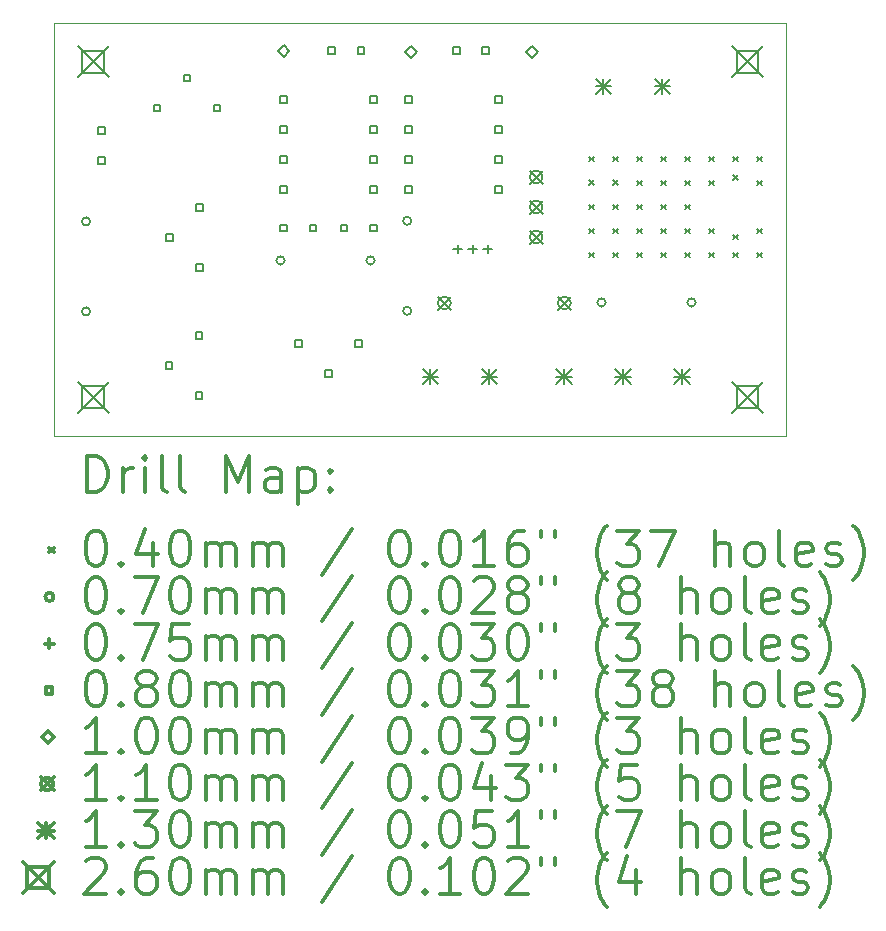
<source format=gbr>
%FSLAX45Y45*%
G04 Gerber Fmt 4.5, Leading zero omitted, Abs format (unit mm)*
G04 Created by KiCad (PCBNEW 5.1.8-db9833491~88~ubuntu18.04.1) date 2020-12-20 18:35:07*
%MOMM*%
%LPD*%
G01*
G04 APERTURE LIST*
%TA.AperFunction,Profile*%
%ADD10C,0.100000*%
%TD*%
%ADD11C,0.200000*%
%ADD12C,0.300000*%
G04 APERTURE END LIST*
D10*
X17400000Y-8600000D02*
X17400000Y-12100000D01*
X11200000Y-8600000D02*
X17400000Y-8600000D01*
X11200000Y-12100000D02*
X11200000Y-8600000D01*
X17400000Y-12100000D02*
X11200000Y-12100000D01*
D11*
X15728000Y-9733600D02*
X15768000Y-9773600D01*
X15768000Y-9733600D02*
X15728000Y-9773600D01*
X15728000Y-9931720D02*
X15768000Y-9971720D01*
X15768000Y-9931720D02*
X15728000Y-9971720D01*
X15728000Y-10140000D02*
X15768000Y-10180000D01*
X15768000Y-10140000D02*
X15728000Y-10180000D01*
X15728000Y-10343200D02*
X15768000Y-10383200D01*
X15768000Y-10343200D02*
X15728000Y-10383200D01*
X15728000Y-10546400D02*
X15768000Y-10586400D01*
X15768000Y-10546400D02*
X15728000Y-10586400D01*
X15931200Y-9733600D02*
X15971200Y-9773600D01*
X15971200Y-9733600D02*
X15931200Y-9773600D01*
X15931200Y-9931720D02*
X15971200Y-9971720D01*
X15971200Y-9931720D02*
X15931200Y-9971720D01*
X15931200Y-10140000D02*
X15971200Y-10180000D01*
X15971200Y-10140000D02*
X15931200Y-10180000D01*
X15931200Y-10343200D02*
X15971200Y-10383200D01*
X15971200Y-10343200D02*
X15931200Y-10383200D01*
X15931200Y-10546400D02*
X15971200Y-10586400D01*
X15971200Y-10546400D02*
X15931200Y-10586400D01*
X16134400Y-9733600D02*
X16174400Y-9773600D01*
X16174400Y-9733600D02*
X16134400Y-9773600D01*
X16134400Y-9936800D02*
X16174400Y-9976800D01*
X16174400Y-9936800D02*
X16134400Y-9976800D01*
X16134400Y-10140000D02*
X16174400Y-10180000D01*
X16174400Y-10140000D02*
X16134400Y-10180000D01*
X16134400Y-10343200D02*
X16174400Y-10383200D01*
X16174400Y-10343200D02*
X16134400Y-10383200D01*
X16134400Y-10546400D02*
X16174400Y-10586400D01*
X16174400Y-10546400D02*
X16134400Y-10586400D01*
X16337600Y-9733600D02*
X16377600Y-9773600D01*
X16377600Y-9733600D02*
X16337600Y-9773600D01*
X16337600Y-9936800D02*
X16377600Y-9976800D01*
X16377600Y-9936800D02*
X16337600Y-9976800D01*
X16337600Y-10140000D02*
X16377600Y-10180000D01*
X16377600Y-10140000D02*
X16337600Y-10180000D01*
X16337600Y-10343200D02*
X16377600Y-10383200D01*
X16377600Y-10343200D02*
X16337600Y-10383200D01*
X16337600Y-10546400D02*
X16377600Y-10586400D01*
X16377600Y-10546400D02*
X16337600Y-10586400D01*
X16540800Y-9733600D02*
X16580800Y-9773600D01*
X16580800Y-9733600D02*
X16540800Y-9773600D01*
X16540800Y-9936800D02*
X16580800Y-9976800D01*
X16580800Y-9936800D02*
X16540800Y-9976800D01*
X16540800Y-10140000D02*
X16580800Y-10180000D01*
X16580800Y-10140000D02*
X16540800Y-10180000D01*
X16540800Y-10343200D02*
X16580800Y-10383200D01*
X16580800Y-10343200D02*
X16540800Y-10383200D01*
X16540800Y-10546400D02*
X16580800Y-10586400D01*
X16580800Y-10546400D02*
X16540800Y-10586400D01*
X16744000Y-9733600D02*
X16784000Y-9773600D01*
X16784000Y-9733600D02*
X16744000Y-9773600D01*
X16744000Y-9936800D02*
X16784000Y-9976800D01*
X16784000Y-9936800D02*
X16744000Y-9976800D01*
X16744000Y-10343200D02*
X16784000Y-10383200D01*
X16784000Y-10343200D02*
X16744000Y-10383200D01*
X16744000Y-10546400D02*
X16784000Y-10586400D01*
X16784000Y-10546400D02*
X16744000Y-10586400D01*
X16947200Y-9733600D02*
X16987200Y-9773600D01*
X16987200Y-9733600D02*
X16947200Y-9773600D01*
X16947200Y-9891080D02*
X16987200Y-9931080D01*
X16987200Y-9891080D02*
X16947200Y-9931080D01*
X16947200Y-10394000D02*
X16987200Y-10434000D01*
X16987200Y-10394000D02*
X16947200Y-10434000D01*
X16947200Y-10546400D02*
X16987200Y-10586400D01*
X16987200Y-10546400D02*
X16947200Y-10586400D01*
X17150400Y-9733600D02*
X17190400Y-9773600D01*
X17190400Y-9733600D02*
X17150400Y-9773600D01*
X17150400Y-9936800D02*
X17190400Y-9976800D01*
X17190400Y-9936800D02*
X17150400Y-9976800D01*
X17150400Y-10343200D02*
X17190400Y-10383200D01*
X17190400Y-10343200D02*
X17150400Y-10383200D01*
X17150400Y-10546400D02*
X17190400Y-10586400D01*
X17190400Y-10546400D02*
X17150400Y-10586400D01*
X13151560Y-10612120D02*
G75*
G03*
X13151560Y-10612120I-35000J0D01*
G01*
X13913560Y-10612120D02*
G75*
G03*
X13913560Y-10612120I-35000J0D01*
G01*
X11505640Y-10281920D02*
G75*
G03*
X11505640Y-10281920I-35000J0D01*
G01*
X11505640Y-11043920D02*
G75*
G03*
X11505640Y-11043920I-35000J0D01*
G01*
X14223440Y-10276840D02*
G75*
G03*
X14223440Y-10276840I-35000J0D01*
G01*
X14223440Y-11038840D02*
G75*
G03*
X14223440Y-11038840I-35000J0D01*
G01*
X15869360Y-10967720D02*
G75*
G03*
X15869360Y-10967720I-35000J0D01*
G01*
X16631360Y-10967720D02*
G75*
G03*
X16631360Y-10967720I-35000J0D01*
G01*
X14615160Y-10478100D02*
X14615160Y-10553100D01*
X14577660Y-10515600D02*
X14652660Y-10515600D01*
X14742160Y-10478100D02*
X14742160Y-10553100D01*
X14704660Y-10515600D02*
X14779660Y-10515600D01*
X14869160Y-10478100D02*
X14869160Y-10553100D01*
X14831660Y-10515600D02*
X14906660Y-10515600D01*
X13169164Y-10366085D02*
X13169164Y-10309516D01*
X13112595Y-10309516D01*
X13112595Y-10366085D01*
X13169164Y-10366085D01*
X13419164Y-10366085D02*
X13419164Y-10309516D01*
X13362595Y-10309516D01*
X13362595Y-10366085D01*
X13419164Y-10366085D01*
X13683324Y-10366085D02*
X13683324Y-10309516D01*
X13626755Y-10309516D01*
X13626755Y-10366085D01*
X13683324Y-10366085D01*
X13933324Y-10366085D02*
X13933324Y-10309516D01*
X13876755Y-10309516D01*
X13876755Y-10366085D01*
X13933324Y-10366085D01*
X14632204Y-8862405D02*
X14632204Y-8805836D01*
X14575635Y-8805836D01*
X14575635Y-8862405D01*
X14632204Y-8862405D01*
X14882204Y-8862405D02*
X14882204Y-8805836D01*
X14825635Y-8805836D01*
X14825635Y-8862405D01*
X14882204Y-8862405D01*
X11631004Y-9543125D02*
X11631004Y-9486556D01*
X11574435Y-9486556D01*
X11574435Y-9543125D01*
X11631004Y-9543125D01*
X11631004Y-9793125D02*
X11631004Y-9736556D01*
X11574435Y-9736556D01*
X11574435Y-9793125D01*
X11631004Y-9793125D01*
X14226884Y-9278965D02*
X14226884Y-9222396D01*
X14170315Y-9222396D01*
X14170315Y-9278965D01*
X14226884Y-9278965D01*
X14226884Y-9532965D02*
X14226884Y-9476396D01*
X14170315Y-9476396D01*
X14170315Y-9532965D01*
X14226884Y-9532965D01*
X14226884Y-9786965D02*
X14226884Y-9730396D01*
X14170315Y-9730396D01*
X14170315Y-9786965D01*
X14226884Y-9786965D01*
X14226884Y-10040965D02*
X14226884Y-9984396D01*
X14170315Y-9984396D01*
X14170315Y-10040965D01*
X14226884Y-10040965D01*
X14988884Y-9278965D02*
X14988884Y-9222396D01*
X14932315Y-9222396D01*
X14932315Y-9278965D01*
X14988884Y-9278965D01*
X14988884Y-9532965D02*
X14988884Y-9476396D01*
X14932315Y-9476396D01*
X14932315Y-9532965D01*
X14988884Y-9532965D01*
X14988884Y-9786965D02*
X14988884Y-9730396D01*
X14932315Y-9730396D01*
X14932315Y-9786965D01*
X14988884Y-9786965D01*
X14988884Y-10040965D02*
X14988884Y-9984396D01*
X14932315Y-9984396D01*
X14932315Y-10040965D01*
X14988884Y-10040965D01*
X13297244Y-11341444D02*
X13297244Y-11284875D01*
X13240675Y-11284875D01*
X13240675Y-11341444D01*
X13297244Y-11341444D01*
X13551244Y-11595444D02*
X13551244Y-11538875D01*
X13494675Y-11538875D01*
X13494675Y-11595444D01*
X13551244Y-11595444D01*
X13805244Y-11341444D02*
X13805244Y-11284875D01*
X13748675Y-11284875D01*
X13748675Y-11341444D01*
X13805244Y-11341444D01*
X12205044Y-10447365D02*
X12205044Y-10390796D01*
X12148475Y-10390796D01*
X12148475Y-10447365D01*
X12205044Y-10447365D01*
X12459044Y-10193365D02*
X12459044Y-10136796D01*
X12402475Y-10136796D01*
X12402475Y-10193365D01*
X12459044Y-10193365D01*
X12459044Y-10701365D02*
X12459044Y-10644796D01*
X12402475Y-10644796D01*
X12402475Y-10701365D01*
X12459044Y-10701365D01*
X12199964Y-11529404D02*
X12199964Y-11472835D01*
X12143395Y-11472835D01*
X12143395Y-11529404D01*
X12199964Y-11529404D01*
X12453964Y-11275404D02*
X12453964Y-11218835D01*
X12397395Y-11218835D01*
X12397395Y-11275404D01*
X12453964Y-11275404D01*
X12453964Y-11783404D02*
X12453964Y-11726835D01*
X12397395Y-11726835D01*
X12397395Y-11783404D01*
X12453964Y-11783404D01*
X13575564Y-8862405D02*
X13575564Y-8805836D01*
X13518995Y-8805836D01*
X13518995Y-8862405D01*
X13575564Y-8862405D01*
X13825564Y-8862405D02*
X13825564Y-8805836D01*
X13768995Y-8805836D01*
X13768995Y-8862405D01*
X13825564Y-8862405D01*
X13170244Y-9278965D02*
X13170244Y-9222396D01*
X13113675Y-9222396D01*
X13113675Y-9278965D01*
X13170244Y-9278965D01*
X13170244Y-9532965D02*
X13170244Y-9476396D01*
X13113675Y-9476396D01*
X13113675Y-9532965D01*
X13170244Y-9532965D01*
X13170244Y-9786965D02*
X13170244Y-9730396D01*
X13113675Y-9730396D01*
X13113675Y-9786965D01*
X13170244Y-9786965D01*
X13170244Y-10040965D02*
X13170244Y-9984396D01*
X13113675Y-9984396D01*
X13113675Y-10040965D01*
X13170244Y-10040965D01*
X13932244Y-9278965D02*
X13932244Y-9222396D01*
X13875675Y-9222396D01*
X13875675Y-9278965D01*
X13932244Y-9278965D01*
X13932244Y-9532965D02*
X13932244Y-9476396D01*
X13875675Y-9476396D01*
X13875675Y-9532965D01*
X13932244Y-9532965D01*
X13932244Y-9786965D02*
X13932244Y-9730396D01*
X13875675Y-9730396D01*
X13875675Y-9786965D01*
X13932244Y-9786965D01*
X13932244Y-10040965D02*
X13932244Y-9984396D01*
X13875675Y-9984396D01*
X13875675Y-10040965D01*
X13932244Y-10040965D01*
X12098364Y-9350085D02*
X12098364Y-9293516D01*
X12041795Y-9293516D01*
X12041795Y-9350085D01*
X12098364Y-9350085D01*
X12352364Y-9096085D02*
X12352364Y-9039516D01*
X12295795Y-9039516D01*
X12295795Y-9096085D01*
X12352364Y-9096085D01*
X12606364Y-9350085D02*
X12606364Y-9293516D01*
X12549795Y-9293516D01*
X12549795Y-9350085D01*
X12606364Y-9350085D01*
X15245080Y-8894280D02*
X15295080Y-8844280D01*
X15245080Y-8794280D01*
X15195080Y-8844280D01*
X15245080Y-8894280D01*
X13141960Y-8889200D02*
X13191960Y-8839200D01*
X13141960Y-8789200D01*
X13091960Y-8839200D01*
X13141960Y-8889200D01*
X14218920Y-8894280D02*
X14268920Y-8844280D01*
X14218920Y-8794280D01*
X14168920Y-8844280D01*
X14218920Y-8894280D01*
X15225640Y-9851000D02*
X15335640Y-9961000D01*
X15335640Y-9851000D02*
X15225640Y-9961000D01*
X15335640Y-9906000D02*
G75*
G03*
X15335640Y-9906000I-55000J0D01*
G01*
X15225640Y-10105000D02*
X15335640Y-10215000D01*
X15335640Y-10105000D02*
X15225640Y-10215000D01*
X15335640Y-10160000D02*
G75*
G03*
X15335640Y-10160000I-55000J0D01*
G01*
X15225640Y-10359000D02*
X15335640Y-10469000D01*
X15335640Y-10359000D02*
X15225640Y-10469000D01*
X15335640Y-10414000D02*
G75*
G03*
X15335640Y-10414000I-55000J0D01*
G01*
X14448400Y-10917800D02*
X14558400Y-11027800D01*
X14558400Y-10917800D02*
X14448400Y-11027800D01*
X14558400Y-10972800D02*
G75*
G03*
X14558400Y-10972800I-55000J0D01*
G01*
X15464400Y-10917800D02*
X15574400Y-11027800D01*
X15574400Y-10917800D02*
X15464400Y-11027800D01*
X15574400Y-10972800D02*
G75*
G03*
X15574400Y-10972800I-55000J0D01*
G01*
X15784600Y-9073920D02*
X15914600Y-9203920D01*
X15914600Y-9073920D02*
X15784600Y-9203920D01*
X15849600Y-9073920D02*
X15849600Y-9203920D01*
X15784600Y-9138920D02*
X15914600Y-9138920D01*
X16284600Y-9073920D02*
X16414600Y-9203920D01*
X16414600Y-9073920D02*
X16284600Y-9203920D01*
X16349600Y-9073920D02*
X16349600Y-9203920D01*
X16284600Y-9138920D02*
X16414600Y-9138920D01*
X14319400Y-11532640D02*
X14449400Y-11662640D01*
X14449400Y-11532640D02*
X14319400Y-11662640D01*
X14384400Y-11532640D02*
X14384400Y-11662640D01*
X14319400Y-11597640D02*
X14449400Y-11597640D01*
X14819400Y-11532640D02*
X14949400Y-11662640D01*
X14949400Y-11532640D02*
X14819400Y-11662640D01*
X14884400Y-11532640D02*
X14884400Y-11662640D01*
X14819400Y-11597640D02*
X14949400Y-11597640D01*
X15450080Y-11532640D02*
X15580080Y-11662640D01*
X15580080Y-11532640D02*
X15450080Y-11662640D01*
X15515080Y-11532640D02*
X15515080Y-11662640D01*
X15450080Y-11597640D02*
X15580080Y-11597640D01*
X15950080Y-11532640D02*
X16080080Y-11662640D01*
X16080080Y-11532640D02*
X15950080Y-11662640D01*
X16015080Y-11532640D02*
X16015080Y-11662640D01*
X15950080Y-11597640D02*
X16080080Y-11597640D01*
X16450080Y-11532640D02*
X16580080Y-11662640D01*
X16580080Y-11532640D02*
X16450080Y-11662640D01*
X16515080Y-11532640D02*
X16515080Y-11662640D01*
X16450080Y-11597640D02*
X16580080Y-11597640D01*
X11400000Y-8800000D02*
X11660000Y-9060000D01*
X11660000Y-8800000D02*
X11400000Y-9060000D01*
X11621925Y-9021925D02*
X11621925Y-8838075D01*
X11438075Y-8838075D01*
X11438075Y-9021925D01*
X11621925Y-9021925D01*
X11400000Y-11640000D02*
X11660000Y-11900000D01*
X11660000Y-11640000D02*
X11400000Y-11900000D01*
X11621925Y-11861925D02*
X11621925Y-11678075D01*
X11438075Y-11678075D01*
X11438075Y-11861925D01*
X11621925Y-11861925D01*
X16940000Y-8800000D02*
X17200000Y-9060000D01*
X17200000Y-8800000D02*
X16940000Y-9060000D01*
X17161925Y-9021925D02*
X17161925Y-8838075D01*
X16978075Y-8838075D01*
X16978075Y-9021925D01*
X17161925Y-9021925D01*
X16940000Y-11640000D02*
X17200000Y-11900000D01*
X17200000Y-11640000D02*
X16940000Y-11900000D01*
X17161925Y-11861925D02*
X17161925Y-11678075D01*
X16978075Y-11678075D01*
X16978075Y-11861925D01*
X17161925Y-11861925D01*
D12*
X11481428Y-12570714D02*
X11481428Y-12270714D01*
X11552857Y-12270714D01*
X11595714Y-12285000D01*
X11624286Y-12313571D01*
X11638571Y-12342143D01*
X11652857Y-12399286D01*
X11652857Y-12442143D01*
X11638571Y-12499286D01*
X11624286Y-12527857D01*
X11595714Y-12556429D01*
X11552857Y-12570714D01*
X11481428Y-12570714D01*
X11781428Y-12570714D02*
X11781428Y-12370714D01*
X11781428Y-12427857D02*
X11795714Y-12399286D01*
X11810000Y-12385000D01*
X11838571Y-12370714D01*
X11867143Y-12370714D01*
X11967143Y-12570714D02*
X11967143Y-12370714D01*
X11967143Y-12270714D02*
X11952857Y-12285000D01*
X11967143Y-12299286D01*
X11981428Y-12285000D01*
X11967143Y-12270714D01*
X11967143Y-12299286D01*
X12152857Y-12570714D02*
X12124286Y-12556429D01*
X12110000Y-12527857D01*
X12110000Y-12270714D01*
X12310000Y-12570714D02*
X12281428Y-12556429D01*
X12267143Y-12527857D01*
X12267143Y-12270714D01*
X12652857Y-12570714D02*
X12652857Y-12270714D01*
X12752857Y-12485000D01*
X12852857Y-12270714D01*
X12852857Y-12570714D01*
X13124286Y-12570714D02*
X13124286Y-12413571D01*
X13110000Y-12385000D01*
X13081428Y-12370714D01*
X13024286Y-12370714D01*
X12995714Y-12385000D01*
X13124286Y-12556429D02*
X13095714Y-12570714D01*
X13024286Y-12570714D01*
X12995714Y-12556429D01*
X12981428Y-12527857D01*
X12981428Y-12499286D01*
X12995714Y-12470714D01*
X13024286Y-12456429D01*
X13095714Y-12456429D01*
X13124286Y-12442143D01*
X13267143Y-12370714D02*
X13267143Y-12670714D01*
X13267143Y-12385000D02*
X13295714Y-12370714D01*
X13352857Y-12370714D01*
X13381428Y-12385000D01*
X13395714Y-12399286D01*
X13410000Y-12427857D01*
X13410000Y-12513571D01*
X13395714Y-12542143D01*
X13381428Y-12556429D01*
X13352857Y-12570714D01*
X13295714Y-12570714D01*
X13267143Y-12556429D01*
X13538571Y-12542143D02*
X13552857Y-12556429D01*
X13538571Y-12570714D01*
X13524286Y-12556429D01*
X13538571Y-12542143D01*
X13538571Y-12570714D01*
X13538571Y-12385000D02*
X13552857Y-12399286D01*
X13538571Y-12413571D01*
X13524286Y-12399286D01*
X13538571Y-12385000D01*
X13538571Y-12413571D01*
X11155000Y-13045000D02*
X11195000Y-13085000D01*
X11195000Y-13045000D02*
X11155000Y-13085000D01*
X11538571Y-12900714D02*
X11567143Y-12900714D01*
X11595714Y-12915000D01*
X11610000Y-12929286D01*
X11624286Y-12957857D01*
X11638571Y-13015000D01*
X11638571Y-13086429D01*
X11624286Y-13143571D01*
X11610000Y-13172143D01*
X11595714Y-13186429D01*
X11567143Y-13200714D01*
X11538571Y-13200714D01*
X11510000Y-13186429D01*
X11495714Y-13172143D01*
X11481428Y-13143571D01*
X11467143Y-13086429D01*
X11467143Y-13015000D01*
X11481428Y-12957857D01*
X11495714Y-12929286D01*
X11510000Y-12915000D01*
X11538571Y-12900714D01*
X11767143Y-13172143D02*
X11781428Y-13186429D01*
X11767143Y-13200714D01*
X11752857Y-13186429D01*
X11767143Y-13172143D01*
X11767143Y-13200714D01*
X12038571Y-13000714D02*
X12038571Y-13200714D01*
X11967143Y-12886429D02*
X11895714Y-13100714D01*
X12081428Y-13100714D01*
X12252857Y-12900714D02*
X12281428Y-12900714D01*
X12310000Y-12915000D01*
X12324286Y-12929286D01*
X12338571Y-12957857D01*
X12352857Y-13015000D01*
X12352857Y-13086429D01*
X12338571Y-13143571D01*
X12324286Y-13172143D01*
X12310000Y-13186429D01*
X12281428Y-13200714D01*
X12252857Y-13200714D01*
X12224286Y-13186429D01*
X12210000Y-13172143D01*
X12195714Y-13143571D01*
X12181428Y-13086429D01*
X12181428Y-13015000D01*
X12195714Y-12957857D01*
X12210000Y-12929286D01*
X12224286Y-12915000D01*
X12252857Y-12900714D01*
X12481428Y-13200714D02*
X12481428Y-13000714D01*
X12481428Y-13029286D02*
X12495714Y-13015000D01*
X12524286Y-13000714D01*
X12567143Y-13000714D01*
X12595714Y-13015000D01*
X12610000Y-13043571D01*
X12610000Y-13200714D01*
X12610000Y-13043571D02*
X12624286Y-13015000D01*
X12652857Y-13000714D01*
X12695714Y-13000714D01*
X12724286Y-13015000D01*
X12738571Y-13043571D01*
X12738571Y-13200714D01*
X12881428Y-13200714D02*
X12881428Y-13000714D01*
X12881428Y-13029286D02*
X12895714Y-13015000D01*
X12924286Y-13000714D01*
X12967143Y-13000714D01*
X12995714Y-13015000D01*
X13010000Y-13043571D01*
X13010000Y-13200714D01*
X13010000Y-13043571D02*
X13024286Y-13015000D01*
X13052857Y-13000714D01*
X13095714Y-13000714D01*
X13124286Y-13015000D01*
X13138571Y-13043571D01*
X13138571Y-13200714D01*
X13724286Y-12886429D02*
X13467143Y-13272143D01*
X14110000Y-12900714D02*
X14138571Y-12900714D01*
X14167143Y-12915000D01*
X14181428Y-12929286D01*
X14195714Y-12957857D01*
X14210000Y-13015000D01*
X14210000Y-13086429D01*
X14195714Y-13143571D01*
X14181428Y-13172143D01*
X14167143Y-13186429D01*
X14138571Y-13200714D01*
X14110000Y-13200714D01*
X14081428Y-13186429D01*
X14067143Y-13172143D01*
X14052857Y-13143571D01*
X14038571Y-13086429D01*
X14038571Y-13015000D01*
X14052857Y-12957857D01*
X14067143Y-12929286D01*
X14081428Y-12915000D01*
X14110000Y-12900714D01*
X14338571Y-13172143D02*
X14352857Y-13186429D01*
X14338571Y-13200714D01*
X14324286Y-13186429D01*
X14338571Y-13172143D01*
X14338571Y-13200714D01*
X14538571Y-12900714D02*
X14567143Y-12900714D01*
X14595714Y-12915000D01*
X14610000Y-12929286D01*
X14624286Y-12957857D01*
X14638571Y-13015000D01*
X14638571Y-13086429D01*
X14624286Y-13143571D01*
X14610000Y-13172143D01*
X14595714Y-13186429D01*
X14567143Y-13200714D01*
X14538571Y-13200714D01*
X14510000Y-13186429D01*
X14495714Y-13172143D01*
X14481428Y-13143571D01*
X14467143Y-13086429D01*
X14467143Y-13015000D01*
X14481428Y-12957857D01*
X14495714Y-12929286D01*
X14510000Y-12915000D01*
X14538571Y-12900714D01*
X14924286Y-13200714D02*
X14752857Y-13200714D01*
X14838571Y-13200714D02*
X14838571Y-12900714D01*
X14810000Y-12943571D01*
X14781428Y-12972143D01*
X14752857Y-12986429D01*
X15181428Y-12900714D02*
X15124286Y-12900714D01*
X15095714Y-12915000D01*
X15081428Y-12929286D01*
X15052857Y-12972143D01*
X15038571Y-13029286D01*
X15038571Y-13143571D01*
X15052857Y-13172143D01*
X15067143Y-13186429D01*
X15095714Y-13200714D01*
X15152857Y-13200714D01*
X15181428Y-13186429D01*
X15195714Y-13172143D01*
X15210000Y-13143571D01*
X15210000Y-13072143D01*
X15195714Y-13043571D01*
X15181428Y-13029286D01*
X15152857Y-13015000D01*
X15095714Y-13015000D01*
X15067143Y-13029286D01*
X15052857Y-13043571D01*
X15038571Y-13072143D01*
X15324286Y-12900714D02*
X15324286Y-12957857D01*
X15438571Y-12900714D02*
X15438571Y-12957857D01*
X15881428Y-13315000D02*
X15867143Y-13300714D01*
X15838571Y-13257857D01*
X15824286Y-13229286D01*
X15810000Y-13186429D01*
X15795714Y-13115000D01*
X15795714Y-13057857D01*
X15810000Y-12986429D01*
X15824286Y-12943571D01*
X15838571Y-12915000D01*
X15867143Y-12872143D01*
X15881428Y-12857857D01*
X15967143Y-12900714D02*
X16152857Y-12900714D01*
X16052857Y-13015000D01*
X16095714Y-13015000D01*
X16124286Y-13029286D01*
X16138571Y-13043571D01*
X16152857Y-13072143D01*
X16152857Y-13143571D01*
X16138571Y-13172143D01*
X16124286Y-13186429D01*
X16095714Y-13200714D01*
X16010000Y-13200714D01*
X15981428Y-13186429D01*
X15967143Y-13172143D01*
X16252857Y-12900714D02*
X16452857Y-12900714D01*
X16324286Y-13200714D01*
X16795714Y-13200714D02*
X16795714Y-12900714D01*
X16924286Y-13200714D02*
X16924286Y-13043571D01*
X16910000Y-13015000D01*
X16881428Y-13000714D01*
X16838571Y-13000714D01*
X16810000Y-13015000D01*
X16795714Y-13029286D01*
X17110000Y-13200714D02*
X17081428Y-13186429D01*
X17067143Y-13172143D01*
X17052857Y-13143571D01*
X17052857Y-13057857D01*
X17067143Y-13029286D01*
X17081428Y-13015000D01*
X17110000Y-13000714D01*
X17152857Y-13000714D01*
X17181428Y-13015000D01*
X17195714Y-13029286D01*
X17210000Y-13057857D01*
X17210000Y-13143571D01*
X17195714Y-13172143D01*
X17181428Y-13186429D01*
X17152857Y-13200714D01*
X17110000Y-13200714D01*
X17381428Y-13200714D02*
X17352857Y-13186429D01*
X17338571Y-13157857D01*
X17338571Y-12900714D01*
X17610000Y-13186429D02*
X17581428Y-13200714D01*
X17524286Y-13200714D01*
X17495714Y-13186429D01*
X17481428Y-13157857D01*
X17481428Y-13043571D01*
X17495714Y-13015000D01*
X17524286Y-13000714D01*
X17581428Y-13000714D01*
X17610000Y-13015000D01*
X17624286Y-13043571D01*
X17624286Y-13072143D01*
X17481428Y-13100714D01*
X17738571Y-13186429D02*
X17767143Y-13200714D01*
X17824286Y-13200714D01*
X17852857Y-13186429D01*
X17867143Y-13157857D01*
X17867143Y-13143571D01*
X17852857Y-13115000D01*
X17824286Y-13100714D01*
X17781428Y-13100714D01*
X17752857Y-13086429D01*
X17738571Y-13057857D01*
X17738571Y-13043571D01*
X17752857Y-13015000D01*
X17781428Y-13000714D01*
X17824286Y-13000714D01*
X17852857Y-13015000D01*
X17967143Y-13315000D02*
X17981428Y-13300714D01*
X18010000Y-13257857D01*
X18024286Y-13229286D01*
X18038571Y-13186429D01*
X18052857Y-13115000D01*
X18052857Y-13057857D01*
X18038571Y-12986429D01*
X18024286Y-12943571D01*
X18010000Y-12915000D01*
X17981428Y-12872143D01*
X17967143Y-12857857D01*
X11195000Y-13461000D02*
G75*
G03*
X11195000Y-13461000I-35000J0D01*
G01*
X11538571Y-13296714D02*
X11567143Y-13296714D01*
X11595714Y-13311000D01*
X11610000Y-13325286D01*
X11624286Y-13353857D01*
X11638571Y-13411000D01*
X11638571Y-13482429D01*
X11624286Y-13539571D01*
X11610000Y-13568143D01*
X11595714Y-13582429D01*
X11567143Y-13596714D01*
X11538571Y-13596714D01*
X11510000Y-13582429D01*
X11495714Y-13568143D01*
X11481428Y-13539571D01*
X11467143Y-13482429D01*
X11467143Y-13411000D01*
X11481428Y-13353857D01*
X11495714Y-13325286D01*
X11510000Y-13311000D01*
X11538571Y-13296714D01*
X11767143Y-13568143D02*
X11781428Y-13582429D01*
X11767143Y-13596714D01*
X11752857Y-13582429D01*
X11767143Y-13568143D01*
X11767143Y-13596714D01*
X11881428Y-13296714D02*
X12081428Y-13296714D01*
X11952857Y-13596714D01*
X12252857Y-13296714D02*
X12281428Y-13296714D01*
X12310000Y-13311000D01*
X12324286Y-13325286D01*
X12338571Y-13353857D01*
X12352857Y-13411000D01*
X12352857Y-13482429D01*
X12338571Y-13539571D01*
X12324286Y-13568143D01*
X12310000Y-13582429D01*
X12281428Y-13596714D01*
X12252857Y-13596714D01*
X12224286Y-13582429D01*
X12210000Y-13568143D01*
X12195714Y-13539571D01*
X12181428Y-13482429D01*
X12181428Y-13411000D01*
X12195714Y-13353857D01*
X12210000Y-13325286D01*
X12224286Y-13311000D01*
X12252857Y-13296714D01*
X12481428Y-13596714D02*
X12481428Y-13396714D01*
X12481428Y-13425286D02*
X12495714Y-13411000D01*
X12524286Y-13396714D01*
X12567143Y-13396714D01*
X12595714Y-13411000D01*
X12610000Y-13439571D01*
X12610000Y-13596714D01*
X12610000Y-13439571D02*
X12624286Y-13411000D01*
X12652857Y-13396714D01*
X12695714Y-13396714D01*
X12724286Y-13411000D01*
X12738571Y-13439571D01*
X12738571Y-13596714D01*
X12881428Y-13596714D02*
X12881428Y-13396714D01*
X12881428Y-13425286D02*
X12895714Y-13411000D01*
X12924286Y-13396714D01*
X12967143Y-13396714D01*
X12995714Y-13411000D01*
X13010000Y-13439571D01*
X13010000Y-13596714D01*
X13010000Y-13439571D02*
X13024286Y-13411000D01*
X13052857Y-13396714D01*
X13095714Y-13396714D01*
X13124286Y-13411000D01*
X13138571Y-13439571D01*
X13138571Y-13596714D01*
X13724286Y-13282429D02*
X13467143Y-13668143D01*
X14110000Y-13296714D02*
X14138571Y-13296714D01*
X14167143Y-13311000D01*
X14181428Y-13325286D01*
X14195714Y-13353857D01*
X14210000Y-13411000D01*
X14210000Y-13482429D01*
X14195714Y-13539571D01*
X14181428Y-13568143D01*
X14167143Y-13582429D01*
X14138571Y-13596714D01*
X14110000Y-13596714D01*
X14081428Y-13582429D01*
X14067143Y-13568143D01*
X14052857Y-13539571D01*
X14038571Y-13482429D01*
X14038571Y-13411000D01*
X14052857Y-13353857D01*
X14067143Y-13325286D01*
X14081428Y-13311000D01*
X14110000Y-13296714D01*
X14338571Y-13568143D02*
X14352857Y-13582429D01*
X14338571Y-13596714D01*
X14324286Y-13582429D01*
X14338571Y-13568143D01*
X14338571Y-13596714D01*
X14538571Y-13296714D02*
X14567143Y-13296714D01*
X14595714Y-13311000D01*
X14610000Y-13325286D01*
X14624286Y-13353857D01*
X14638571Y-13411000D01*
X14638571Y-13482429D01*
X14624286Y-13539571D01*
X14610000Y-13568143D01*
X14595714Y-13582429D01*
X14567143Y-13596714D01*
X14538571Y-13596714D01*
X14510000Y-13582429D01*
X14495714Y-13568143D01*
X14481428Y-13539571D01*
X14467143Y-13482429D01*
X14467143Y-13411000D01*
X14481428Y-13353857D01*
X14495714Y-13325286D01*
X14510000Y-13311000D01*
X14538571Y-13296714D01*
X14752857Y-13325286D02*
X14767143Y-13311000D01*
X14795714Y-13296714D01*
X14867143Y-13296714D01*
X14895714Y-13311000D01*
X14910000Y-13325286D01*
X14924286Y-13353857D01*
X14924286Y-13382429D01*
X14910000Y-13425286D01*
X14738571Y-13596714D01*
X14924286Y-13596714D01*
X15095714Y-13425286D02*
X15067143Y-13411000D01*
X15052857Y-13396714D01*
X15038571Y-13368143D01*
X15038571Y-13353857D01*
X15052857Y-13325286D01*
X15067143Y-13311000D01*
X15095714Y-13296714D01*
X15152857Y-13296714D01*
X15181428Y-13311000D01*
X15195714Y-13325286D01*
X15210000Y-13353857D01*
X15210000Y-13368143D01*
X15195714Y-13396714D01*
X15181428Y-13411000D01*
X15152857Y-13425286D01*
X15095714Y-13425286D01*
X15067143Y-13439571D01*
X15052857Y-13453857D01*
X15038571Y-13482429D01*
X15038571Y-13539571D01*
X15052857Y-13568143D01*
X15067143Y-13582429D01*
X15095714Y-13596714D01*
X15152857Y-13596714D01*
X15181428Y-13582429D01*
X15195714Y-13568143D01*
X15210000Y-13539571D01*
X15210000Y-13482429D01*
X15195714Y-13453857D01*
X15181428Y-13439571D01*
X15152857Y-13425286D01*
X15324286Y-13296714D02*
X15324286Y-13353857D01*
X15438571Y-13296714D02*
X15438571Y-13353857D01*
X15881428Y-13711000D02*
X15867143Y-13696714D01*
X15838571Y-13653857D01*
X15824286Y-13625286D01*
X15810000Y-13582429D01*
X15795714Y-13511000D01*
X15795714Y-13453857D01*
X15810000Y-13382429D01*
X15824286Y-13339571D01*
X15838571Y-13311000D01*
X15867143Y-13268143D01*
X15881428Y-13253857D01*
X16038571Y-13425286D02*
X16010000Y-13411000D01*
X15995714Y-13396714D01*
X15981428Y-13368143D01*
X15981428Y-13353857D01*
X15995714Y-13325286D01*
X16010000Y-13311000D01*
X16038571Y-13296714D01*
X16095714Y-13296714D01*
X16124286Y-13311000D01*
X16138571Y-13325286D01*
X16152857Y-13353857D01*
X16152857Y-13368143D01*
X16138571Y-13396714D01*
X16124286Y-13411000D01*
X16095714Y-13425286D01*
X16038571Y-13425286D01*
X16010000Y-13439571D01*
X15995714Y-13453857D01*
X15981428Y-13482429D01*
X15981428Y-13539571D01*
X15995714Y-13568143D01*
X16010000Y-13582429D01*
X16038571Y-13596714D01*
X16095714Y-13596714D01*
X16124286Y-13582429D01*
X16138571Y-13568143D01*
X16152857Y-13539571D01*
X16152857Y-13482429D01*
X16138571Y-13453857D01*
X16124286Y-13439571D01*
X16095714Y-13425286D01*
X16510000Y-13596714D02*
X16510000Y-13296714D01*
X16638571Y-13596714D02*
X16638571Y-13439571D01*
X16624286Y-13411000D01*
X16595714Y-13396714D01*
X16552857Y-13396714D01*
X16524286Y-13411000D01*
X16510000Y-13425286D01*
X16824286Y-13596714D02*
X16795714Y-13582429D01*
X16781428Y-13568143D01*
X16767143Y-13539571D01*
X16767143Y-13453857D01*
X16781428Y-13425286D01*
X16795714Y-13411000D01*
X16824286Y-13396714D01*
X16867143Y-13396714D01*
X16895714Y-13411000D01*
X16910000Y-13425286D01*
X16924286Y-13453857D01*
X16924286Y-13539571D01*
X16910000Y-13568143D01*
X16895714Y-13582429D01*
X16867143Y-13596714D01*
X16824286Y-13596714D01*
X17095714Y-13596714D02*
X17067143Y-13582429D01*
X17052857Y-13553857D01*
X17052857Y-13296714D01*
X17324286Y-13582429D02*
X17295714Y-13596714D01*
X17238571Y-13596714D01*
X17210000Y-13582429D01*
X17195714Y-13553857D01*
X17195714Y-13439571D01*
X17210000Y-13411000D01*
X17238571Y-13396714D01*
X17295714Y-13396714D01*
X17324286Y-13411000D01*
X17338571Y-13439571D01*
X17338571Y-13468143D01*
X17195714Y-13496714D01*
X17452857Y-13582429D02*
X17481428Y-13596714D01*
X17538571Y-13596714D01*
X17567143Y-13582429D01*
X17581428Y-13553857D01*
X17581428Y-13539571D01*
X17567143Y-13511000D01*
X17538571Y-13496714D01*
X17495714Y-13496714D01*
X17467143Y-13482429D01*
X17452857Y-13453857D01*
X17452857Y-13439571D01*
X17467143Y-13411000D01*
X17495714Y-13396714D01*
X17538571Y-13396714D01*
X17567143Y-13411000D01*
X17681428Y-13711000D02*
X17695714Y-13696714D01*
X17724286Y-13653857D01*
X17738571Y-13625286D01*
X17752857Y-13582429D01*
X17767143Y-13511000D01*
X17767143Y-13453857D01*
X17752857Y-13382429D01*
X17738571Y-13339571D01*
X17724286Y-13311000D01*
X17695714Y-13268143D01*
X17681428Y-13253857D01*
X11157500Y-13819500D02*
X11157500Y-13894500D01*
X11120000Y-13857000D02*
X11195000Y-13857000D01*
X11538571Y-13692714D02*
X11567143Y-13692714D01*
X11595714Y-13707000D01*
X11610000Y-13721286D01*
X11624286Y-13749857D01*
X11638571Y-13807000D01*
X11638571Y-13878429D01*
X11624286Y-13935571D01*
X11610000Y-13964143D01*
X11595714Y-13978429D01*
X11567143Y-13992714D01*
X11538571Y-13992714D01*
X11510000Y-13978429D01*
X11495714Y-13964143D01*
X11481428Y-13935571D01*
X11467143Y-13878429D01*
X11467143Y-13807000D01*
X11481428Y-13749857D01*
X11495714Y-13721286D01*
X11510000Y-13707000D01*
X11538571Y-13692714D01*
X11767143Y-13964143D02*
X11781428Y-13978429D01*
X11767143Y-13992714D01*
X11752857Y-13978429D01*
X11767143Y-13964143D01*
X11767143Y-13992714D01*
X11881428Y-13692714D02*
X12081428Y-13692714D01*
X11952857Y-13992714D01*
X12338571Y-13692714D02*
X12195714Y-13692714D01*
X12181428Y-13835571D01*
X12195714Y-13821286D01*
X12224286Y-13807000D01*
X12295714Y-13807000D01*
X12324286Y-13821286D01*
X12338571Y-13835571D01*
X12352857Y-13864143D01*
X12352857Y-13935571D01*
X12338571Y-13964143D01*
X12324286Y-13978429D01*
X12295714Y-13992714D01*
X12224286Y-13992714D01*
X12195714Y-13978429D01*
X12181428Y-13964143D01*
X12481428Y-13992714D02*
X12481428Y-13792714D01*
X12481428Y-13821286D02*
X12495714Y-13807000D01*
X12524286Y-13792714D01*
X12567143Y-13792714D01*
X12595714Y-13807000D01*
X12610000Y-13835571D01*
X12610000Y-13992714D01*
X12610000Y-13835571D02*
X12624286Y-13807000D01*
X12652857Y-13792714D01*
X12695714Y-13792714D01*
X12724286Y-13807000D01*
X12738571Y-13835571D01*
X12738571Y-13992714D01*
X12881428Y-13992714D02*
X12881428Y-13792714D01*
X12881428Y-13821286D02*
X12895714Y-13807000D01*
X12924286Y-13792714D01*
X12967143Y-13792714D01*
X12995714Y-13807000D01*
X13010000Y-13835571D01*
X13010000Y-13992714D01*
X13010000Y-13835571D02*
X13024286Y-13807000D01*
X13052857Y-13792714D01*
X13095714Y-13792714D01*
X13124286Y-13807000D01*
X13138571Y-13835571D01*
X13138571Y-13992714D01*
X13724286Y-13678429D02*
X13467143Y-14064143D01*
X14110000Y-13692714D02*
X14138571Y-13692714D01*
X14167143Y-13707000D01*
X14181428Y-13721286D01*
X14195714Y-13749857D01*
X14210000Y-13807000D01*
X14210000Y-13878429D01*
X14195714Y-13935571D01*
X14181428Y-13964143D01*
X14167143Y-13978429D01*
X14138571Y-13992714D01*
X14110000Y-13992714D01*
X14081428Y-13978429D01*
X14067143Y-13964143D01*
X14052857Y-13935571D01*
X14038571Y-13878429D01*
X14038571Y-13807000D01*
X14052857Y-13749857D01*
X14067143Y-13721286D01*
X14081428Y-13707000D01*
X14110000Y-13692714D01*
X14338571Y-13964143D02*
X14352857Y-13978429D01*
X14338571Y-13992714D01*
X14324286Y-13978429D01*
X14338571Y-13964143D01*
X14338571Y-13992714D01*
X14538571Y-13692714D02*
X14567143Y-13692714D01*
X14595714Y-13707000D01*
X14610000Y-13721286D01*
X14624286Y-13749857D01*
X14638571Y-13807000D01*
X14638571Y-13878429D01*
X14624286Y-13935571D01*
X14610000Y-13964143D01*
X14595714Y-13978429D01*
X14567143Y-13992714D01*
X14538571Y-13992714D01*
X14510000Y-13978429D01*
X14495714Y-13964143D01*
X14481428Y-13935571D01*
X14467143Y-13878429D01*
X14467143Y-13807000D01*
X14481428Y-13749857D01*
X14495714Y-13721286D01*
X14510000Y-13707000D01*
X14538571Y-13692714D01*
X14738571Y-13692714D02*
X14924286Y-13692714D01*
X14824286Y-13807000D01*
X14867143Y-13807000D01*
X14895714Y-13821286D01*
X14910000Y-13835571D01*
X14924286Y-13864143D01*
X14924286Y-13935571D01*
X14910000Y-13964143D01*
X14895714Y-13978429D01*
X14867143Y-13992714D01*
X14781428Y-13992714D01*
X14752857Y-13978429D01*
X14738571Y-13964143D01*
X15110000Y-13692714D02*
X15138571Y-13692714D01*
X15167143Y-13707000D01*
X15181428Y-13721286D01*
X15195714Y-13749857D01*
X15210000Y-13807000D01*
X15210000Y-13878429D01*
X15195714Y-13935571D01*
X15181428Y-13964143D01*
X15167143Y-13978429D01*
X15138571Y-13992714D01*
X15110000Y-13992714D01*
X15081428Y-13978429D01*
X15067143Y-13964143D01*
X15052857Y-13935571D01*
X15038571Y-13878429D01*
X15038571Y-13807000D01*
X15052857Y-13749857D01*
X15067143Y-13721286D01*
X15081428Y-13707000D01*
X15110000Y-13692714D01*
X15324286Y-13692714D02*
X15324286Y-13749857D01*
X15438571Y-13692714D02*
X15438571Y-13749857D01*
X15881428Y-14107000D02*
X15867143Y-14092714D01*
X15838571Y-14049857D01*
X15824286Y-14021286D01*
X15810000Y-13978429D01*
X15795714Y-13907000D01*
X15795714Y-13849857D01*
X15810000Y-13778429D01*
X15824286Y-13735571D01*
X15838571Y-13707000D01*
X15867143Y-13664143D01*
X15881428Y-13649857D01*
X15967143Y-13692714D02*
X16152857Y-13692714D01*
X16052857Y-13807000D01*
X16095714Y-13807000D01*
X16124286Y-13821286D01*
X16138571Y-13835571D01*
X16152857Y-13864143D01*
X16152857Y-13935571D01*
X16138571Y-13964143D01*
X16124286Y-13978429D01*
X16095714Y-13992714D01*
X16010000Y-13992714D01*
X15981428Y-13978429D01*
X15967143Y-13964143D01*
X16510000Y-13992714D02*
X16510000Y-13692714D01*
X16638571Y-13992714D02*
X16638571Y-13835571D01*
X16624286Y-13807000D01*
X16595714Y-13792714D01*
X16552857Y-13792714D01*
X16524286Y-13807000D01*
X16510000Y-13821286D01*
X16824286Y-13992714D02*
X16795714Y-13978429D01*
X16781428Y-13964143D01*
X16767143Y-13935571D01*
X16767143Y-13849857D01*
X16781428Y-13821286D01*
X16795714Y-13807000D01*
X16824286Y-13792714D01*
X16867143Y-13792714D01*
X16895714Y-13807000D01*
X16910000Y-13821286D01*
X16924286Y-13849857D01*
X16924286Y-13935571D01*
X16910000Y-13964143D01*
X16895714Y-13978429D01*
X16867143Y-13992714D01*
X16824286Y-13992714D01*
X17095714Y-13992714D02*
X17067143Y-13978429D01*
X17052857Y-13949857D01*
X17052857Y-13692714D01*
X17324286Y-13978429D02*
X17295714Y-13992714D01*
X17238571Y-13992714D01*
X17210000Y-13978429D01*
X17195714Y-13949857D01*
X17195714Y-13835571D01*
X17210000Y-13807000D01*
X17238571Y-13792714D01*
X17295714Y-13792714D01*
X17324286Y-13807000D01*
X17338571Y-13835571D01*
X17338571Y-13864143D01*
X17195714Y-13892714D01*
X17452857Y-13978429D02*
X17481428Y-13992714D01*
X17538571Y-13992714D01*
X17567143Y-13978429D01*
X17581428Y-13949857D01*
X17581428Y-13935571D01*
X17567143Y-13907000D01*
X17538571Y-13892714D01*
X17495714Y-13892714D01*
X17467143Y-13878429D01*
X17452857Y-13849857D01*
X17452857Y-13835571D01*
X17467143Y-13807000D01*
X17495714Y-13792714D01*
X17538571Y-13792714D01*
X17567143Y-13807000D01*
X17681428Y-14107000D02*
X17695714Y-14092714D01*
X17724286Y-14049857D01*
X17738571Y-14021286D01*
X17752857Y-13978429D01*
X17767143Y-13907000D01*
X17767143Y-13849857D01*
X17752857Y-13778429D01*
X17738571Y-13735571D01*
X17724286Y-13707000D01*
X17695714Y-13664143D01*
X17681428Y-13649857D01*
X11183284Y-14281285D02*
X11183284Y-14224716D01*
X11126715Y-14224716D01*
X11126715Y-14281285D01*
X11183284Y-14281285D01*
X11538571Y-14088714D02*
X11567143Y-14088714D01*
X11595714Y-14103000D01*
X11610000Y-14117286D01*
X11624286Y-14145857D01*
X11638571Y-14203000D01*
X11638571Y-14274429D01*
X11624286Y-14331571D01*
X11610000Y-14360143D01*
X11595714Y-14374429D01*
X11567143Y-14388714D01*
X11538571Y-14388714D01*
X11510000Y-14374429D01*
X11495714Y-14360143D01*
X11481428Y-14331571D01*
X11467143Y-14274429D01*
X11467143Y-14203000D01*
X11481428Y-14145857D01*
X11495714Y-14117286D01*
X11510000Y-14103000D01*
X11538571Y-14088714D01*
X11767143Y-14360143D02*
X11781428Y-14374429D01*
X11767143Y-14388714D01*
X11752857Y-14374429D01*
X11767143Y-14360143D01*
X11767143Y-14388714D01*
X11952857Y-14217286D02*
X11924286Y-14203000D01*
X11910000Y-14188714D01*
X11895714Y-14160143D01*
X11895714Y-14145857D01*
X11910000Y-14117286D01*
X11924286Y-14103000D01*
X11952857Y-14088714D01*
X12010000Y-14088714D01*
X12038571Y-14103000D01*
X12052857Y-14117286D01*
X12067143Y-14145857D01*
X12067143Y-14160143D01*
X12052857Y-14188714D01*
X12038571Y-14203000D01*
X12010000Y-14217286D01*
X11952857Y-14217286D01*
X11924286Y-14231571D01*
X11910000Y-14245857D01*
X11895714Y-14274429D01*
X11895714Y-14331571D01*
X11910000Y-14360143D01*
X11924286Y-14374429D01*
X11952857Y-14388714D01*
X12010000Y-14388714D01*
X12038571Y-14374429D01*
X12052857Y-14360143D01*
X12067143Y-14331571D01*
X12067143Y-14274429D01*
X12052857Y-14245857D01*
X12038571Y-14231571D01*
X12010000Y-14217286D01*
X12252857Y-14088714D02*
X12281428Y-14088714D01*
X12310000Y-14103000D01*
X12324286Y-14117286D01*
X12338571Y-14145857D01*
X12352857Y-14203000D01*
X12352857Y-14274429D01*
X12338571Y-14331571D01*
X12324286Y-14360143D01*
X12310000Y-14374429D01*
X12281428Y-14388714D01*
X12252857Y-14388714D01*
X12224286Y-14374429D01*
X12210000Y-14360143D01*
X12195714Y-14331571D01*
X12181428Y-14274429D01*
X12181428Y-14203000D01*
X12195714Y-14145857D01*
X12210000Y-14117286D01*
X12224286Y-14103000D01*
X12252857Y-14088714D01*
X12481428Y-14388714D02*
X12481428Y-14188714D01*
X12481428Y-14217286D02*
X12495714Y-14203000D01*
X12524286Y-14188714D01*
X12567143Y-14188714D01*
X12595714Y-14203000D01*
X12610000Y-14231571D01*
X12610000Y-14388714D01*
X12610000Y-14231571D02*
X12624286Y-14203000D01*
X12652857Y-14188714D01*
X12695714Y-14188714D01*
X12724286Y-14203000D01*
X12738571Y-14231571D01*
X12738571Y-14388714D01*
X12881428Y-14388714D02*
X12881428Y-14188714D01*
X12881428Y-14217286D02*
X12895714Y-14203000D01*
X12924286Y-14188714D01*
X12967143Y-14188714D01*
X12995714Y-14203000D01*
X13010000Y-14231571D01*
X13010000Y-14388714D01*
X13010000Y-14231571D02*
X13024286Y-14203000D01*
X13052857Y-14188714D01*
X13095714Y-14188714D01*
X13124286Y-14203000D01*
X13138571Y-14231571D01*
X13138571Y-14388714D01*
X13724286Y-14074429D02*
X13467143Y-14460143D01*
X14110000Y-14088714D02*
X14138571Y-14088714D01*
X14167143Y-14103000D01*
X14181428Y-14117286D01*
X14195714Y-14145857D01*
X14210000Y-14203000D01*
X14210000Y-14274429D01*
X14195714Y-14331571D01*
X14181428Y-14360143D01*
X14167143Y-14374429D01*
X14138571Y-14388714D01*
X14110000Y-14388714D01*
X14081428Y-14374429D01*
X14067143Y-14360143D01*
X14052857Y-14331571D01*
X14038571Y-14274429D01*
X14038571Y-14203000D01*
X14052857Y-14145857D01*
X14067143Y-14117286D01*
X14081428Y-14103000D01*
X14110000Y-14088714D01*
X14338571Y-14360143D02*
X14352857Y-14374429D01*
X14338571Y-14388714D01*
X14324286Y-14374429D01*
X14338571Y-14360143D01*
X14338571Y-14388714D01*
X14538571Y-14088714D02*
X14567143Y-14088714D01*
X14595714Y-14103000D01*
X14610000Y-14117286D01*
X14624286Y-14145857D01*
X14638571Y-14203000D01*
X14638571Y-14274429D01*
X14624286Y-14331571D01*
X14610000Y-14360143D01*
X14595714Y-14374429D01*
X14567143Y-14388714D01*
X14538571Y-14388714D01*
X14510000Y-14374429D01*
X14495714Y-14360143D01*
X14481428Y-14331571D01*
X14467143Y-14274429D01*
X14467143Y-14203000D01*
X14481428Y-14145857D01*
X14495714Y-14117286D01*
X14510000Y-14103000D01*
X14538571Y-14088714D01*
X14738571Y-14088714D02*
X14924286Y-14088714D01*
X14824286Y-14203000D01*
X14867143Y-14203000D01*
X14895714Y-14217286D01*
X14910000Y-14231571D01*
X14924286Y-14260143D01*
X14924286Y-14331571D01*
X14910000Y-14360143D01*
X14895714Y-14374429D01*
X14867143Y-14388714D01*
X14781428Y-14388714D01*
X14752857Y-14374429D01*
X14738571Y-14360143D01*
X15210000Y-14388714D02*
X15038571Y-14388714D01*
X15124286Y-14388714D02*
X15124286Y-14088714D01*
X15095714Y-14131571D01*
X15067143Y-14160143D01*
X15038571Y-14174429D01*
X15324286Y-14088714D02*
X15324286Y-14145857D01*
X15438571Y-14088714D02*
X15438571Y-14145857D01*
X15881428Y-14503000D02*
X15867143Y-14488714D01*
X15838571Y-14445857D01*
X15824286Y-14417286D01*
X15810000Y-14374429D01*
X15795714Y-14303000D01*
X15795714Y-14245857D01*
X15810000Y-14174429D01*
X15824286Y-14131571D01*
X15838571Y-14103000D01*
X15867143Y-14060143D01*
X15881428Y-14045857D01*
X15967143Y-14088714D02*
X16152857Y-14088714D01*
X16052857Y-14203000D01*
X16095714Y-14203000D01*
X16124286Y-14217286D01*
X16138571Y-14231571D01*
X16152857Y-14260143D01*
X16152857Y-14331571D01*
X16138571Y-14360143D01*
X16124286Y-14374429D01*
X16095714Y-14388714D01*
X16010000Y-14388714D01*
X15981428Y-14374429D01*
X15967143Y-14360143D01*
X16324286Y-14217286D02*
X16295714Y-14203000D01*
X16281428Y-14188714D01*
X16267143Y-14160143D01*
X16267143Y-14145857D01*
X16281428Y-14117286D01*
X16295714Y-14103000D01*
X16324286Y-14088714D01*
X16381428Y-14088714D01*
X16410000Y-14103000D01*
X16424286Y-14117286D01*
X16438571Y-14145857D01*
X16438571Y-14160143D01*
X16424286Y-14188714D01*
X16410000Y-14203000D01*
X16381428Y-14217286D01*
X16324286Y-14217286D01*
X16295714Y-14231571D01*
X16281428Y-14245857D01*
X16267143Y-14274429D01*
X16267143Y-14331571D01*
X16281428Y-14360143D01*
X16295714Y-14374429D01*
X16324286Y-14388714D01*
X16381428Y-14388714D01*
X16410000Y-14374429D01*
X16424286Y-14360143D01*
X16438571Y-14331571D01*
X16438571Y-14274429D01*
X16424286Y-14245857D01*
X16410000Y-14231571D01*
X16381428Y-14217286D01*
X16795714Y-14388714D02*
X16795714Y-14088714D01*
X16924286Y-14388714D02*
X16924286Y-14231571D01*
X16910000Y-14203000D01*
X16881428Y-14188714D01*
X16838571Y-14188714D01*
X16810000Y-14203000D01*
X16795714Y-14217286D01*
X17110000Y-14388714D02*
X17081428Y-14374429D01*
X17067143Y-14360143D01*
X17052857Y-14331571D01*
X17052857Y-14245857D01*
X17067143Y-14217286D01*
X17081428Y-14203000D01*
X17110000Y-14188714D01*
X17152857Y-14188714D01*
X17181428Y-14203000D01*
X17195714Y-14217286D01*
X17210000Y-14245857D01*
X17210000Y-14331571D01*
X17195714Y-14360143D01*
X17181428Y-14374429D01*
X17152857Y-14388714D01*
X17110000Y-14388714D01*
X17381428Y-14388714D02*
X17352857Y-14374429D01*
X17338571Y-14345857D01*
X17338571Y-14088714D01*
X17610000Y-14374429D02*
X17581428Y-14388714D01*
X17524286Y-14388714D01*
X17495714Y-14374429D01*
X17481428Y-14345857D01*
X17481428Y-14231571D01*
X17495714Y-14203000D01*
X17524286Y-14188714D01*
X17581428Y-14188714D01*
X17610000Y-14203000D01*
X17624286Y-14231571D01*
X17624286Y-14260143D01*
X17481428Y-14288714D01*
X17738571Y-14374429D02*
X17767143Y-14388714D01*
X17824286Y-14388714D01*
X17852857Y-14374429D01*
X17867143Y-14345857D01*
X17867143Y-14331571D01*
X17852857Y-14303000D01*
X17824286Y-14288714D01*
X17781428Y-14288714D01*
X17752857Y-14274429D01*
X17738571Y-14245857D01*
X17738571Y-14231571D01*
X17752857Y-14203000D01*
X17781428Y-14188714D01*
X17824286Y-14188714D01*
X17852857Y-14203000D01*
X17967143Y-14503000D02*
X17981428Y-14488714D01*
X18010000Y-14445857D01*
X18024286Y-14417286D01*
X18038571Y-14374429D01*
X18052857Y-14303000D01*
X18052857Y-14245857D01*
X18038571Y-14174429D01*
X18024286Y-14131571D01*
X18010000Y-14103000D01*
X17981428Y-14060143D01*
X17967143Y-14045857D01*
X11145000Y-14699000D02*
X11195000Y-14649000D01*
X11145000Y-14599000D01*
X11095000Y-14649000D01*
X11145000Y-14699000D01*
X11638571Y-14784714D02*
X11467143Y-14784714D01*
X11552857Y-14784714D02*
X11552857Y-14484714D01*
X11524286Y-14527571D01*
X11495714Y-14556143D01*
X11467143Y-14570429D01*
X11767143Y-14756143D02*
X11781428Y-14770429D01*
X11767143Y-14784714D01*
X11752857Y-14770429D01*
X11767143Y-14756143D01*
X11767143Y-14784714D01*
X11967143Y-14484714D02*
X11995714Y-14484714D01*
X12024286Y-14499000D01*
X12038571Y-14513286D01*
X12052857Y-14541857D01*
X12067143Y-14599000D01*
X12067143Y-14670429D01*
X12052857Y-14727571D01*
X12038571Y-14756143D01*
X12024286Y-14770429D01*
X11995714Y-14784714D01*
X11967143Y-14784714D01*
X11938571Y-14770429D01*
X11924286Y-14756143D01*
X11910000Y-14727571D01*
X11895714Y-14670429D01*
X11895714Y-14599000D01*
X11910000Y-14541857D01*
X11924286Y-14513286D01*
X11938571Y-14499000D01*
X11967143Y-14484714D01*
X12252857Y-14484714D02*
X12281428Y-14484714D01*
X12310000Y-14499000D01*
X12324286Y-14513286D01*
X12338571Y-14541857D01*
X12352857Y-14599000D01*
X12352857Y-14670429D01*
X12338571Y-14727571D01*
X12324286Y-14756143D01*
X12310000Y-14770429D01*
X12281428Y-14784714D01*
X12252857Y-14784714D01*
X12224286Y-14770429D01*
X12210000Y-14756143D01*
X12195714Y-14727571D01*
X12181428Y-14670429D01*
X12181428Y-14599000D01*
X12195714Y-14541857D01*
X12210000Y-14513286D01*
X12224286Y-14499000D01*
X12252857Y-14484714D01*
X12481428Y-14784714D02*
X12481428Y-14584714D01*
X12481428Y-14613286D02*
X12495714Y-14599000D01*
X12524286Y-14584714D01*
X12567143Y-14584714D01*
X12595714Y-14599000D01*
X12610000Y-14627571D01*
X12610000Y-14784714D01*
X12610000Y-14627571D02*
X12624286Y-14599000D01*
X12652857Y-14584714D01*
X12695714Y-14584714D01*
X12724286Y-14599000D01*
X12738571Y-14627571D01*
X12738571Y-14784714D01*
X12881428Y-14784714D02*
X12881428Y-14584714D01*
X12881428Y-14613286D02*
X12895714Y-14599000D01*
X12924286Y-14584714D01*
X12967143Y-14584714D01*
X12995714Y-14599000D01*
X13010000Y-14627571D01*
X13010000Y-14784714D01*
X13010000Y-14627571D02*
X13024286Y-14599000D01*
X13052857Y-14584714D01*
X13095714Y-14584714D01*
X13124286Y-14599000D01*
X13138571Y-14627571D01*
X13138571Y-14784714D01*
X13724286Y-14470429D02*
X13467143Y-14856143D01*
X14110000Y-14484714D02*
X14138571Y-14484714D01*
X14167143Y-14499000D01*
X14181428Y-14513286D01*
X14195714Y-14541857D01*
X14210000Y-14599000D01*
X14210000Y-14670429D01*
X14195714Y-14727571D01*
X14181428Y-14756143D01*
X14167143Y-14770429D01*
X14138571Y-14784714D01*
X14110000Y-14784714D01*
X14081428Y-14770429D01*
X14067143Y-14756143D01*
X14052857Y-14727571D01*
X14038571Y-14670429D01*
X14038571Y-14599000D01*
X14052857Y-14541857D01*
X14067143Y-14513286D01*
X14081428Y-14499000D01*
X14110000Y-14484714D01*
X14338571Y-14756143D02*
X14352857Y-14770429D01*
X14338571Y-14784714D01*
X14324286Y-14770429D01*
X14338571Y-14756143D01*
X14338571Y-14784714D01*
X14538571Y-14484714D02*
X14567143Y-14484714D01*
X14595714Y-14499000D01*
X14610000Y-14513286D01*
X14624286Y-14541857D01*
X14638571Y-14599000D01*
X14638571Y-14670429D01*
X14624286Y-14727571D01*
X14610000Y-14756143D01*
X14595714Y-14770429D01*
X14567143Y-14784714D01*
X14538571Y-14784714D01*
X14510000Y-14770429D01*
X14495714Y-14756143D01*
X14481428Y-14727571D01*
X14467143Y-14670429D01*
X14467143Y-14599000D01*
X14481428Y-14541857D01*
X14495714Y-14513286D01*
X14510000Y-14499000D01*
X14538571Y-14484714D01*
X14738571Y-14484714D02*
X14924286Y-14484714D01*
X14824286Y-14599000D01*
X14867143Y-14599000D01*
X14895714Y-14613286D01*
X14910000Y-14627571D01*
X14924286Y-14656143D01*
X14924286Y-14727571D01*
X14910000Y-14756143D01*
X14895714Y-14770429D01*
X14867143Y-14784714D01*
X14781428Y-14784714D01*
X14752857Y-14770429D01*
X14738571Y-14756143D01*
X15067143Y-14784714D02*
X15124286Y-14784714D01*
X15152857Y-14770429D01*
X15167143Y-14756143D01*
X15195714Y-14713286D01*
X15210000Y-14656143D01*
X15210000Y-14541857D01*
X15195714Y-14513286D01*
X15181428Y-14499000D01*
X15152857Y-14484714D01*
X15095714Y-14484714D01*
X15067143Y-14499000D01*
X15052857Y-14513286D01*
X15038571Y-14541857D01*
X15038571Y-14613286D01*
X15052857Y-14641857D01*
X15067143Y-14656143D01*
X15095714Y-14670429D01*
X15152857Y-14670429D01*
X15181428Y-14656143D01*
X15195714Y-14641857D01*
X15210000Y-14613286D01*
X15324286Y-14484714D02*
X15324286Y-14541857D01*
X15438571Y-14484714D02*
X15438571Y-14541857D01*
X15881428Y-14899000D02*
X15867143Y-14884714D01*
X15838571Y-14841857D01*
X15824286Y-14813286D01*
X15810000Y-14770429D01*
X15795714Y-14699000D01*
X15795714Y-14641857D01*
X15810000Y-14570429D01*
X15824286Y-14527571D01*
X15838571Y-14499000D01*
X15867143Y-14456143D01*
X15881428Y-14441857D01*
X15967143Y-14484714D02*
X16152857Y-14484714D01*
X16052857Y-14599000D01*
X16095714Y-14599000D01*
X16124286Y-14613286D01*
X16138571Y-14627571D01*
X16152857Y-14656143D01*
X16152857Y-14727571D01*
X16138571Y-14756143D01*
X16124286Y-14770429D01*
X16095714Y-14784714D01*
X16010000Y-14784714D01*
X15981428Y-14770429D01*
X15967143Y-14756143D01*
X16510000Y-14784714D02*
X16510000Y-14484714D01*
X16638571Y-14784714D02*
X16638571Y-14627571D01*
X16624286Y-14599000D01*
X16595714Y-14584714D01*
X16552857Y-14584714D01*
X16524286Y-14599000D01*
X16510000Y-14613286D01*
X16824286Y-14784714D02*
X16795714Y-14770429D01*
X16781428Y-14756143D01*
X16767143Y-14727571D01*
X16767143Y-14641857D01*
X16781428Y-14613286D01*
X16795714Y-14599000D01*
X16824286Y-14584714D01*
X16867143Y-14584714D01*
X16895714Y-14599000D01*
X16910000Y-14613286D01*
X16924286Y-14641857D01*
X16924286Y-14727571D01*
X16910000Y-14756143D01*
X16895714Y-14770429D01*
X16867143Y-14784714D01*
X16824286Y-14784714D01*
X17095714Y-14784714D02*
X17067143Y-14770429D01*
X17052857Y-14741857D01*
X17052857Y-14484714D01*
X17324286Y-14770429D02*
X17295714Y-14784714D01*
X17238571Y-14784714D01*
X17210000Y-14770429D01*
X17195714Y-14741857D01*
X17195714Y-14627571D01*
X17210000Y-14599000D01*
X17238571Y-14584714D01*
X17295714Y-14584714D01*
X17324286Y-14599000D01*
X17338571Y-14627571D01*
X17338571Y-14656143D01*
X17195714Y-14684714D01*
X17452857Y-14770429D02*
X17481428Y-14784714D01*
X17538571Y-14784714D01*
X17567143Y-14770429D01*
X17581428Y-14741857D01*
X17581428Y-14727571D01*
X17567143Y-14699000D01*
X17538571Y-14684714D01*
X17495714Y-14684714D01*
X17467143Y-14670429D01*
X17452857Y-14641857D01*
X17452857Y-14627571D01*
X17467143Y-14599000D01*
X17495714Y-14584714D01*
X17538571Y-14584714D01*
X17567143Y-14599000D01*
X17681428Y-14899000D02*
X17695714Y-14884714D01*
X17724286Y-14841857D01*
X17738571Y-14813286D01*
X17752857Y-14770429D01*
X17767143Y-14699000D01*
X17767143Y-14641857D01*
X17752857Y-14570429D01*
X17738571Y-14527571D01*
X17724286Y-14499000D01*
X17695714Y-14456143D01*
X17681428Y-14441857D01*
X11085000Y-14990000D02*
X11195000Y-15100000D01*
X11195000Y-14990000D02*
X11085000Y-15100000D01*
X11195000Y-15045000D02*
G75*
G03*
X11195000Y-15045000I-55000J0D01*
G01*
X11638571Y-15180714D02*
X11467143Y-15180714D01*
X11552857Y-15180714D02*
X11552857Y-14880714D01*
X11524286Y-14923571D01*
X11495714Y-14952143D01*
X11467143Y-14966429D01*
X11767143Y-15152143D02*
X11781428Y-15166429D01*
X11767143Y-15180714D01*
X11752857Y-15166429D01*
X11767143Y-15152143D01*
X11767143Y-15180714D01*
X12067143Y-15180714D02*
X11895714Y-15180714D01*
X11981428Y-15180714D02*
X11981428Y-14880714D01*
X11952857Y-14923571D01*
X11924286Y-14952143D01*
X11895714Y-14966429D01*
X12252857Y-14880714D02*
X12281428Y-14880714D01*
X12310000Y-14895000D01*
X12324286Y-14909286D01*
X12338571Y-14937857D01*
X12352857Y-14995000D01*
X12352857Y-15066429D01*
X12338571Y-15123571D01*
X12324286Y-15152143D01*
X12310000Y-15166429D01*
X12281428Y-15180714D01*
X12252857Y-15180714D01*
X12224286Y-15166429D01*
X12210000Y-15152143D01*
X12195714Y-15123571D01*
X12181428Y-15066429D01*
X12181428Y-14995000D01*
X12195714Y-14937857D01*
X12210000Y-14909286D01*
X12224286Y-14895000D01*
X12252857Y-14880714D01*
X12481428Y-15180714D02*
X12481428Y-14980714D01*
X12481428Y-15009286D02*
X12495714Y-14995000D01*
X12524286Y-14980714D01*
X12567143Y-14980714D01*
X12595714Y-14995000D01*
X12610000Y-15023571D01*
X12610000Y-15180714D01*
X12610000Y-15023571D02*
X12624286Y-14995000D01*
X12652857Y-14980714D01*
X12695714Y-14980714D01*
X12724286Y-14995000D01*
X12738571Y-15023571D01*
X12738571Y-15180714D01*
X12881428Y-15180714D02*
X12881428Y-14980714D01*
X12881428Y-15009286D02*
X12895714Y-14995000D01*
X12924286Y-14980714D01*
X12967143Y-14980714D01*
X12995714Y-14995000D01*
X13010000Y-15023571D01*
X13010000Y-15180714D01*
X13010000Y-15023571D02*
X13024286Y-14995000D01*
X13052857Y-14980714D01*
X13095714Y-14980714D01*
X13124286Y-14995000D01*
X13138571Y-15023571D01*
X13138571Y-15180714D01*
X13724286Y-14866429D02*
X13467143Y-15252143D01*
X14110000Y-14880714D02*
X14138571Y-14880714D01*
X14167143Y-14895000D01*
X14181428Y-14909286D01*
X14195714Y-14937857D01*
X14210000Y-14995000D01*
X14210000Y-15066429D01*
X14195714Y-15123571D01*
X14181428Y-15152143D01*
X14167143Y-15166429D01*
X14138571Y-15180714D01*
X14110000Y-15180714D01*
X14081428Y-15166429D01*
X14067143Y-15152143D01*
X14052857Y-15123571D01*
X14038571Y-15066429D01*
X14038571Y-14995000D01*
X14052857Y-14937857D01*
X14067143Y-14909286D01*
X14081428Y-14895000D01*
X14110000Y-14880714D01*
X14338571Y-15152143D02*
X14352857Y-15166429D01*
X14338571Y-15180714D01*
X14324286Y-15166429D01*
X14338571Y-15152143D01*
X14338571Y-15180714D01*
X14538571Y-14880714D02*
X14567143Y-14880714D01*
X14595714Y-14895000D01*
X14610000Y-14909286D01*
X14624286Y-14937857D01*
X14638571Y-14995000D01*
X14638571Y-15066429D01*
X14624286Y-15123571D01*
X14610000Y-15152143D01*
X14595714Y-15166429D01*
X14567143Y-15180714D01*
X14538571Y-15180714D01*
X14510000Y-15166429D01*
X14495714Y-15152143D01*
X14481428Y-15123571D01*
X14467143Y-15066429D01*
X14467143Y-14995000D01*
X14481428Y-14937857D01*
X14495714Y-14909286D01*
X14510000Y-14895000D01*
X14538571Y-14880714D01*
X14895714Y-14980714D02*
X14895714Y-15180714D01*
X14824286Y-14866429D02*
X14752857Y-15080714D01*
X14938571Y-15080714D01*
X15024286Y-14880714D02*
X15210000Y-14880714D01*
X15110000Y-14995000D01*
X15152857Y-14995000D01*
X15181428Y-15009286D01*
X15195714Y-15023571D01*
X15210000Y-15052143D01*
X15210000Y-15123571D01*
X15195714Y-15152143D01*
X15181428Y-15166429D01*
X15152857Y-15180714D01*
X15067143Y-15180714D01*
X15038571Y-15166429D01*
X15024286Y-15152143D01*
X15324286Y-14880714D02*
X15324286Y-14937857D01*
X15438571Y-14880714D02*
X15438571Y-14937857D01*
X15881428Y-15295000D02*
X15867143Y-15280714D01*
X15838571Y-15237857D01*
X15824286Y-15209286D01*
X15810000Y-15166429D01*
X15795714Y-15095000D01*
X15795714Y-15037857D01*
X15810000Y-14966429D01*
X15824286Y-14923571D01*
X15838571Y-14895000D01*
X15867143Y-14852143D01*
X15881428Y-14837857D01*
X16138571Y-14880714D02*
X15995714Y-14880714D01*
X15981428Y-15023571D01*
X15995714Y-15009286D01*
X16024286Y-14995000D01*
X16095714Y-14995000D01*
X16124286Y-15009286D01*
X16138571Y-15023571D01*
X16152857Y-15052143D01*
X16152857Y-15123571D01*
X16138571Y-15152143D01*
X16124286Y-15166429D01*
X16095714Y-15180714D01*
X16024286Y-15180714D01*
X15995714Y-15166429D01*
X15981428Y-15152143D01*
X16510000Y-15180714D02*
X16510000Y-14880714D01*
X16638571Y-15180714D02*
X16638571Y-15023571D01*
X16624286Y-14995000D01*
X16595714Y-14980714D01*
X16552857Y-14980714D01*
X16524286Y-14995000D01*
X16510000Y-15009286D01*
X16824286Y-15180714D02*
X16795714Y-15166429D01*
X16781428Y-15152143D01*
X16767143Y-15123571D01*
X16767143Y-15037857D01*
X16781428Y-15009286D01*
X16795714Y-14995000D01*
X16824286Y-14980714D01*
X16867143Y-14980714D01*
X16895714Y-14995000D01*
X16910000Y-15009286D01*
X16924286Y-15037857D01*
X16924286Y-15123571D01*
X16910000Y-15152143D01*
X16895714Y-15166429D01*
X16867143Y-15180714D01*
X16824286Y-15180714D01*
X17095714Y-15180714D02*
X17067143Y-15166429D01*
X17052857Y-15137857D01*
X17052857Y-14880714D01*
X17324286Y-15166429D02*
X17295714Y-15180714D01*
X17238571Y-15180714D01*
X17210000Y-15166429D01*
X17195714Y-15137857D01*
X17195714Y-15023571D01*
X17210000Y-14995000D01*
X17238571Y-14980714D01*
X17295714Y-14980714D01*
X17324286Y-14995000D01*
X17338571Y-15023571D01*
X17338571Y-15052143D01*
X17195714Y-15080714D01*
X17452857Y-15166429D02*
X17481428Y-15180714D01*
X17538571Y-15180714D01*
X17567143Y-15166429D01*
X17581428Y-15137857D01*
X17581428Y-15123571D01*
X17567143Y-15095000D01*
X17538571Y-15080714D01*
X17495714Y-15080714D01*
X17467143Y-15066429D01*
X17452857Y-15037857D01*
X17452857Y-15023571D01*
X17467143Y-14995000D01*
X17495714Y-14980714D01*
X17538571Y-14980714D01*
X17567143Y-14995000D01*
X17681428Y-15295000D02*
X17695714Y-15280714D01*
X17724286Y-15237857D01*
X17738571Y-15209286D01*
X17752857Y-15166429D01*
X17767143Y-15095000D01*
X17767143Y-15037857D01*
X17752857Y-14966429D01*
X17738571Y-14923571D01*
X17724286Y-14895000D01*
X17695714Y-14852143D01*
X17681428Y-14837857D01*
X11065000Y-15376000D02*
X11195000Y-15506000D01*
X11195000Y-15376000D02*
X11065000Y-15506000D01*
X11130000Y-15376000D02*
X11130000Y-15506000D01*
X11065000Y-15441000D02*
X11195000Y-15441000D01*
X11638571Y-15576714D02*
X11467143Y-15576714D01*
X11552857Y-15576714D02*
X11552857Y-15276714D01*
X11524286Y-15319571D01*
X11495714Y-15348143D01*
X11467143Y-15362429D01*
X11767143Y-15548143D02*
X11781428Y-15562429D01*
X11767143Y-15576714D01*
X11752857Y-15562429D01*
X11767143Y-15548143D01*
X11767143Y-15576714D01*
X11881428Y-15276714D02*
X12067143Y-15276714D01*
X11967143Y-15391000D01*
X12010000Y-15391000D01*
X12038571Y-15405286D01*
X12052857Y-15419571D01*
X12067143Y-15448143D01*
X12067143Y-15519571D01*
X12052857Y-15548143D01*
X12038571Y-15562429D01*
X12010000Y-15576714D01*
X11924286Y-15576714D01*
X11895714Y-15562429D01*
X11881428Y-15548143D01*
X12252857Y-15276714D02*
X12281428Y-15276714D01*
X12310000Y-15291000D01*
X12324286Y-15305286D01*
X12338571Y-15333857D01*
X12352857Y-15391000D01*
X12352857Y-15462429D01*
X12338571Y-15519571D01*
X12324286Y-15548143D01*
X12310000Y-15562429D01*
X12281428Y-15576714D01*
X12252857Y-15576714D01*
X12224286Y-15562429D01*
X12210000Y-15548143D01*
X12195714Y-15519571D01*
X12181428Y-15462429D01*
X12181428Y-15391000D01*
X12195714Y-15333857D01*
X12210000Y-15305286D01*
X12224286Y-15291000D01*
X12252857Y-15276714D01*
X12481428Y-15576714D02*
X12481428Y-15376714D01*
X12481428Y-15405286D02*
X12495714Y-15391000D01*
X12524286Y-15376714D01*
X12567143Y-15376714D01*
X12595714Y-15391000D01*
X12610000Y-15419571D01*
X12610000Y-15576714D01*
X12610000Y-15419571D02*
X12624286Y-15391000D01*
X12652857Y-15376714D01*
X12695714Y-15376714D01*
X12724286Y-15391000D01*
X12738571Y-15419571D01*
X12738571Y-15576714D01*
X12881428Y-15576714D02*
X12881428Y-15376714D01*
X12881428Y-15405286D02*
X12895714Y-15391000D01*
X12924286Y-15376714D01*
X12967143Y-15376714D01*
X12995714Y-15391000D01*
X13010000Y-15419571D01*
X13010000Y-15576714D01*
X13010000Y-15419571D02*
X13024286Y-15391000D01*
X13052857Y-15376714D01*
X13095714Y-15376714D01*
X13124286Y-15391000D01*
X13138571Y-15419571D01*
X13138571Y-15576714D01*
X13724286Y-15262429D02*
X13467143Y-15648143D01*
X14110000Y-15276714D02*
X14138571Y-15276714D01*
X14167143Y-15291000D01*
X14181428Y-15305286D01*
X14195714Y-15333857D01*
X14210000Y-15391000D01*
X14210000Y-15462429D01*
X14195714Y-15519571D01*
X14181428Y-15548143D01*
X14167143Y-15562429D01*
X14138571Y-15576714D01*
X14110000Y-15576714D01*
X14081428Y-15562429D01*
X14067143Y-15548143D01*
X14052857Y-15519571D01*
X14038571Y-15462429D01*
X14038571Y-15391000D01*
X14052857Y-15333857D01*
X14067143Y-15305286D01*
X14081428Y-15291000D01*
X14110000Y-15276714D01*
X14338571Y-15548143D02*
X14352857Y-15562429D01*
X14338571Y-15576714D01*
X14324286Y-15562429D01*
X14338571Y-15548143D01*
X14338571Y-15576714D01*
X14538571Y-15276714D02*
X14567143Y-15276714D01*
X14595714Y-15291000D01*
X14610000Y-15305286D01*
X14624286Y-15333857D01*
X14638571Y-15391000D01*
X14638571Y-15462429D01*
X14624286Y-15519571D01*
X14610000Y-15548143D01*
X14595714Y-15562429D01*
X14567143Y-15576714D01*
X14538571Y-15576714D01*
X14510000Y-15562429D01*
X14495714Y-15548143D01*
X14481428Y-15519571D01*
X14467143Y-15462429D01*
X14467143Y-15391000D01*
X14481428Y-15333857D01*
X14495714Y-15305286D01*
X14510000Y-15291000D01*
X14538571Y-15276714D01*
X14910000Y-15276714D02*
X14767143Y-15276714D01*
X14752857Y-15419571D01*
X14767143Y-15405286D01*
X14795714Y-15391000D01*
X14867143Y-15391000D01*
X14895714Y-15405286D01*
X14910000Y-15419571D01*
X14924286Y-15448143D01*
X14924286Y-15519571D01*
X14910000Y-15548143D01*
X14895714Y-15562429D01*
X14867143Y-15576714D01*
X14795714Y-15576714D01*
X14767143Y-15562429D01*
X14752857Y-15548143D01*
X15210000Y-15576714D02*
X15038571Y-15576714D01*
X15124286Y-15576714D02*
X15124286Y-15276714D01*
X15095714Y-15319571D01*
X15067143Y-15348143D01*
X15038571Y-15362429D01*
X15324286Y-15276714D02*
X15324286Y-15333857D01*
X15438571Y-15276714D02*
X15438571Y-15333857D01*
X15881428Y-15691000D02*
X15867143Y-15676714D01*
X15838571Y-15633857D01*
X15824286Y-15605286D01*
X15810000Y-15562429D01*
X15795714Y-15491000D01*
X15795714Y-15433857D01*
X15810000Y-15362429D01*
X15824286Y-15319571D01*
X15838571Y-15291000D01*
X15867143Y-15248143D01*
X15881428Y-15233857D01*
X15967143Y-15276714D02*
X16167143Y-15276714D01*
X16038571Y-15576714D01*
X16510000Y-15576714D02*
X16510000Y-15276714D01*
X16638571Y-15576714D02*
X16638571Y-15419571D01*
X16624286Y-15391000D01*
X16595714Y-15376714D01*
X16552857Y-15376714D01*
X16524286Y-15391000D01*
X16510000Y-15405286D01*
X16824286Y-15576714D02*
X16795714Y-15562429D01*
X16781428Y-15548143D01*
X16767143Y-15519571D01*
X16767143Y-15433857D01*
X16781428Y-15405286D01*
X16795714Y-15391000D01*
X16824286Y-15376714D01*
X16867143Y-15376714D01*
X16895714Y-15391000D01*
X16910000Y-15405286D01*
X16924286Y-15433857D01*
X16924286Y-15519571D01*
X16910000Y-15548143D01*
X16895714Y-15562429D01*
X16867143Y-15576714D01*
X16824286Y-15576714D01*
X17095714Y-15576714D02*
X17067143Y-15562429D01*
X17052857Y-15533857D01*
X17052857Y-15276714D01*
X17324286Y-15562429D02*
X17295714Y-15576714D01*
X17238571Y-15576714D01*
X17210000Y-15562429D01*
X17195714Y-15533857D01*
X17195714Y-15419571D01*
X17210000Y-15391000D01*
X17238571Y-15376714D01*
X17295714Y-15376714D01*
X17324286Y-15391000D01*
X17338571Y-15419571D01*
X17338571Y-15448143D01*
X17195714Y-15476714D01*
X17452857Y-15562429D02*
X17481428Y-15576714D01*
X17538571Y-15576714D01*
X17567143Y-15562429D01*
X17581428Y-15533857D01*
X17581428Y-15519571D01*
X17567143Y-15491000D01*
X17538571Y-15476714D01*
X17495714Y-15476714D01*
X17467143Y-15462429D01*
X17452857Y-15433857D01*
X17452857Y-15419571D01*
X17467143Y-15391000D01*
X17495714Y-15376714D01*
X17538571Y-15376714D01*
X17567143Y-15391000D01*
X17681428Y-15691000D02*
X17695714Y-15676714D01*
X17724286Y-15633857D01*
X17738571Y-15605286D01*
X17752857Y-15562429D01*
X17767143Y-15491000D01*
X17767143Y-15433857D01*
X17752857Y-15362429D01*
X17738571Y-15319571D01*
X17724286Y-15291000D01*
X17695714Y-15248143D01*
X17681428Y-15233857D01*
X10935000Y-15707000D02*
X11195000Y-15967000D01*
X11195000Y-15707000D02*
X10935000Y-15967000D01*
X11156925Y-15928925D02*
X11156925Y-15745075D01*
X10973075Y-15745075D01*
X10973075Y-15928925D01*
X11156925Y-15928925D01*
X11467143Y-15701286D02*
X11481428Y-15687000D01*
X11510000Y-15672714D01*
X11581428Y-15672714D01*
X11610000Y-15687000D01*
X11624286Y-15701286D01*
X11638571Y-15729857D01*
X11638571Y-15758429D01*
X11624286Y-15801286D01*
X11452857Y-15972714D01*
X11638571Y-15972714D01*
X11767143Y-15944143D02*
X11781428Y-15958429D01*
X11767143Y-15972714D01*
X11752857Y-15958429D01*
X11767143Y-15944143D01*
X11767143Y-15972714D01*
X12038571Y-15672714D02*
X11981428Y-15672714D01*
X11952857Y-15687000D01*
X11938571Y-15701286D01*
X11910000Y-15744143D01*
X11895714Y-15801286D01*
X11895714Y-15915571D01*
X11910000Y-15944143D01*
X11924286Y-15958429D01*
X11952857Y-15972714D01*
X12010000Y-15972714D01*
X12038571Y-15958429D01*
X12052857Y-15944143D01*
X12067143Y-15915571D01*
X12067143Y-15844143D01*
X12052857Y-15815571D01*
X12038571Y-15801286D01*
X12010000Y-15787000D01*
X11952857Y-15787000D01*
X11924286Y-15801286D01*
X11910000Y-15815571D01*
X11895714Y-15844143D01*
X12252857Y-15672714D02*
X12281428Y-15672714D01*
X12310000Y-15687000D01*
X12324286Y-15701286D01*
X12338571Y-15729857D01*
X12352857Y-15787000D01*
X12352857Y-15858429D01*
X12338571Y-15915571D01*
X12324286Y-15944143D01*
X12310000Y-15958429D01*
X12281428Y-15972714D01*
X12252857Y-15972714D01*
X12224286Y-15958429D01*
X12210000Y-15944143D01*
X12195714Y-15915571D01*
X12181428Y-15858429D01*
X12181428Y-15787000D01*
X12195714Y-15729857D01*
X12210000Y-15701286D01*
X12224286Y-15687000D01*
X12252857Y-15672714D01*
X12481428Y-15972714D02*
X12481428Y-15772714D01*
X12481428Y-15801286D02*
X12495714Y-15787000D01*
X12524286Y-15772714D01*
X12567143Y-15772714D01*
X12595714Y-15787000D01*
X12610000Y-15815571D01*
X12610000Y-15972714D01*
X12610000Y-15815571D02*
X12624286Y-15787000D01*
X12652857Y-15772714D01*
X12695714Y-15772714D01*
X12724286Y-15787000D01*
X12738571Y-15815571D01*
X12738571Y-15972714D01*
X12881428Y-15972714D02*
X12881428Y-15772714D01*
X12881428Y-15801286D02*
X12895714Y-15787000D01*
X12924286Y-15772714D01*
X12967143Y-15772714D01*
X12995714Y-15787000D01*
X13010000Y-15815571D01*
X13010000Y-15972714D01*
X13010000Y-15815571D02*
X13024286Y-15787000D01*
X13052857Y-15772714D01*
X13095714Y-15772714D01*
X13124286Y-15787000D01*
X13138571Y-15815571D01*
X13138571Y-15972714D01*
X13724286Y-15658429D02*
X13467143Y-16044143D01*
X14110000Y-15672714D02*
X14138571Y-15672714D01*
X14167143Y-15687000D01*
X14181428Y-15701286D01*
X14195714Y-15729857D01*
X14210000Y-15787000D01*
X14210000Y-15858429D01*
X14195714Y-15915571D01*
X14181428Y-15944143D01*
X14167143Y-15958429D01*
X14138571Y-15972714D01*
X14110000Y-15972714D01*
X14081428Y-15958429D01*
X14067143Y-15944143D01*
X14052857Y-15915571D01*
X14038571Y-15858429D01*
X14038571Y-15787000D01*
X14052857Y-15729857D01*
X14067143Y-15701286D01*
X14081428Y-15687000D01*
X14110000Y-15672714D01*
X14338571Y-15944143D02*
X14352857Y-15958429D01*
X14338571Y-15972714D01*
X14324286Y-15958429D01*
X14338571Y-15944143D01*
X14338571Y-15972714D01*
X14638571Y-15972714D02*
X14467143Y-15972714D01*
X14552857Y-15972714D02*
X14552857Y-15672714D01*
X14524286Y-15715571D01*
X14495714Y-15744143D01*
X14467143Y-15758429D01*
X14824286Y-15672714D02*
X14852857Y-15672714D01*
X14881428Y-15687000D01*
X14895714Y-15701286D01*
X14910000Y-15729857D01*
X14924286Y-15787000D01*
X14924286Y-15858429D01*
X14910000Y-15915571D01*
X14895714Y-15944143D01*
X14881428Y-15958429D01*
X14852857Y-15972714D01*
X14824286Y-15972714D01*
X14795714Y-15958429D01*
X14781428Y-15944143D01*
X14767143Y-15915571D01*
X14752857Y-15858429D01*
X14752857Y-15787000D01*
X14767143Y-15729857D01*
X14781428Y-15701286D01*
X14795714Y-15687000D01*
X14824286Y-15672714D01*
X15038571Y-15701286D02*
X15052857Y-15687000D01*
X15081428Y-15672714D01*
X15152857Y-15672714D01*
X15181428Y-15687000D01*
X15195714Y-15701286D01*
X15210000Y-15729857D01*
X15210000Y-15758429D01*
X15195714Y-15801286D01*
X15024286Y-15972714D01*
X15210000Y-15972714D01*
X15324286Y-15672714D02*
X15324286Y-15729857D01*
X15438571Y-15672714D02*
X15438571Y-15729857D01*
X15881428Y-16087000D02*
X15867143Y-16072714D01*
X15838571Y-16029857D01*
X15824286Y-16001286D01*
X15810000Y-15958429D01*
X15795714Y-15887000D01*
X15795714Y-15829857D01*
X15810000Y-15758429D01*
X15824286Y-15715571D01*
X15838571Y-15687000D01*
X15867143Y-15644143D01*
X15881428Y-15629857D01*
X16124286Y-15772714D02*
X16124286Y-15972714D01*
X16052857Y-15658429D02*
X15981428Y-15872714D01*
X16167143Y-15872714D01*
X16510000Y-15972714D02*
X16510000Y-15672714D01*
X16638571Y-15972714D02*
X16638571Y-15815571D01*
X16624286Y-15787000D01*
X16595714Y-15772714D01*
X16552857Y-15772714D01*
X16524286Y-15787000D01*
X16510000Y-15801286D01*
X16824286Y-15972714D02*
X16795714Y-15958429D01*
X16781428Y-15944143D01*
X16767143Y-15915571D01*
X16767143Y-15829857D01*
X16781428Y-15801286D01*
X16795714Y-15787000D01*
X16824286Y-15772714D01*
X16867143Y-15772714D01*
X16895714Y-15787000D01*
X16910000Y-15801286D01*
X16924286Y-15829857D01*
X16924286Y-15915571D01*
X16910000Y-15944143D01*
X16895714Y-15958429D01*
X16867143Y-15972714D01*
X16824286Y-15972714D01*
X17095714Y-15972714D02*
X17067143Y-15958429D01*
X17052857Y-15929857D01*
X17052857Y-15672714D01*
X17324286Y-15958429D02*
X17295714Y-15972714D01*
X17238571Y-15972714D01*
X17210000Y-15958429D01*
X17195714Y-15929857D01*
X17195714Y-15815571D01*
X17210000Y-15787000D01*
X17238571Y-15772714D01*
X17295714Y-15772714D01*
X17324286Y-15787000D01*
X17338571Y-15815571D01*
X17338571Y-15844143D01*
X17195714Y-15872714D01*
X17452857Y-15958429D02*
X17481428Y-15972714D01*
X17538571Y-15972714D01*
X17567143Y-15958429D01*
X17581428Y-15929857D01*
X17581428Y-15915571D01*
X17567143Y-15887000D01*
X17538571Y-15872714D01*
X17495714Y-15872714D01*
X17467143Y-15858429D01*
X17452857Y-15829857D01*
X17452857Y-15815571D01*
X17467143Y-15787000D01*
X17495714Y-15772714D01*
X17538571Y-15772714D01*
X17567143Y-15787000D01*
X17681428Y-16087000D02*
X17695714Y-16072714D01*
X17724286Y-16029857D01*
X17738571Y-16001286D01*
X17752857Y-15958429D01*
X17767143Y-15887000D01*
X17767143Y-15829857D01*
X17752857Y-15758429D01*
X17738571Y-15715571D01*
X17724286Y-15687000D01*
X17695714Y-15644143D01*
X17681428Y-15629857D01*
M02*

</source>
